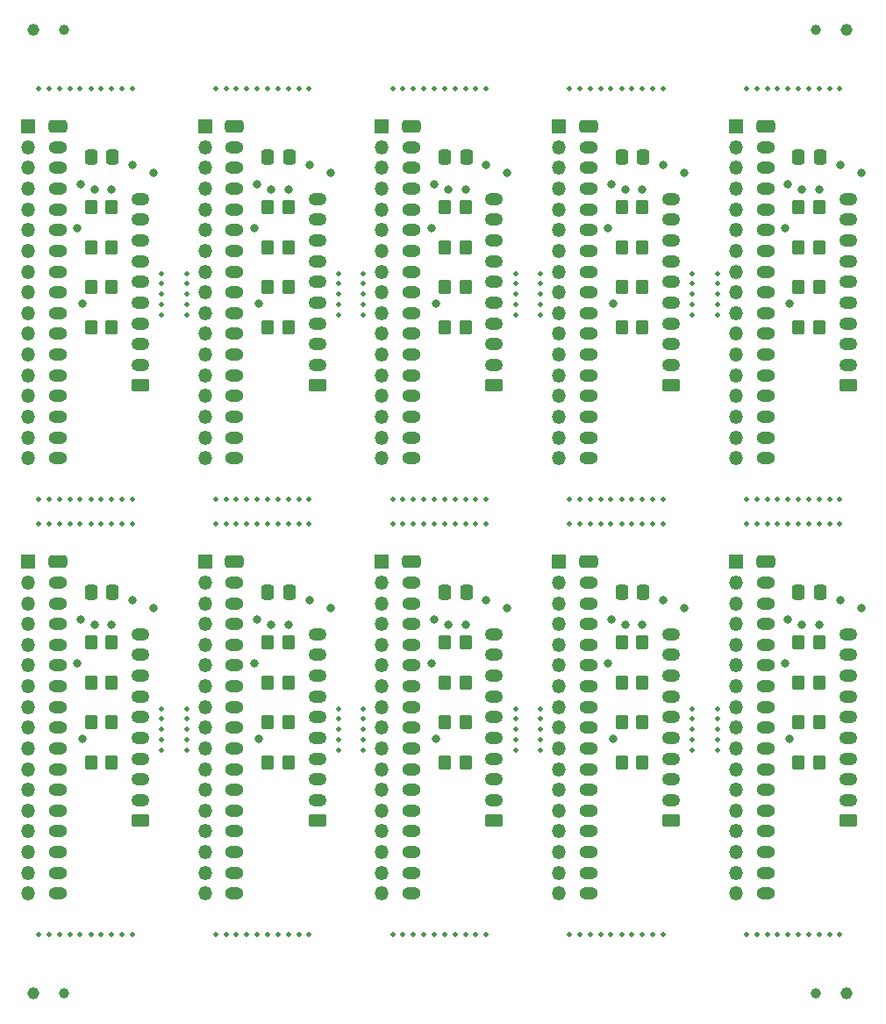
<source format=gbr>
%TF.GenerationSoftware,KiCad,Pcbnew,(6.0.1)*%
%TF.CreationDate,2022-07-06T22:16:31-07:00*%
%TF.ProjectId,mu100-dit-connector-board-panelized,6d753130-302d-4646-9974-2d636f6e6e65,rev?*%
%TF.SameCoordinates,Original*%
%TF.FileFunction,Soldermask,Top*%
%TF.FilePolarity,Negative*%
%FSLAX46Y46*%
G04 Gerber Fmt 4.6, Leading zero omitted, Abs format (unit mm)*
G04 Created by KiCad (PCBNEW (6.0.1)) date 2022-07-06 22:16:31*
%MOMM*%
%LPD*%
G01*
G04 APERTURE LIST*
G04 Aperture macros list*
%AMRoundRect*
0 Rectangle with rounded corners*
0 $1 Rounding radius*
0 $2 $3 $4 $5 $6 $7 $8 $9 X,Y pos of 4 corners*
0 Add a 4 corners polygon primitive as box body*
4,1,4,$2,$3,$4,$5,$6,$7,$8,$9,$2,$3,0*
0 Add four circle primitives for the rounded corners*
1,1,$1+$1,$2,$3*
1,1,$1+$1,$4,$5*
1,1,$1+$1,$6,$7*
1,1,$1+$1,$8,$9*
0 Add four rect primitives between the rounded corners*
20,1,$1+$1,$2,$3,$4,$5,0*
20,1,$1+$1,$4,$5,$6,$7,0*
20,1,$1+$1,$6,$7,$8,$9,0*
20,1,$1+$1,$8,$9,$2,$3,0*%
G04 Aperture macros list end*
%ADD10C,1.000000*%
%ADD11C,1.152000*%
%ADD12C,0.500000*%
%ADD13RoundRect,0.250000X-0.350000X-0.450000X0.350000X-0.450000X0.350000X0.450000X-0.350000X0.450000X0*%
%ADD14R,1.350000X1.350000*%
%ADD15O,1.350000X1.350000*%
%ADD16RoundRect,0.250000X-0.337500X-0.475000X0.337500X-0.475000X0.337500X0.475000X-0.337500X0.475000X0*%
%ADD17RoundRect,0.250000X-0.650000X0.350000X-0.650000X-0.350000X0.650000X-0.350000X0.650000X0.350000X0*%
%ADD18O,1.800000X1.200000*%
%ADD19RoundRect,0.250000X0.625000X-0.350000X0.625000X0.350000X-0.625000X0.350000X-0.625000X-0.350000X0*%
%ADD20O,1.750000X1.200000*%
%ADD21C,0.800000*%
G04 APERTURE END LIST*
D10*
%TO.C,REF\u002A\u002A*%
X20500000Y-110500000D03*
%TD*%
%TO.C,REF\u002A\u002A*%
X93000000Y-110500000D03*
%TD*%
D11*
%TO.C,REF\u002A\u002A*%
X96000000Y-110500000D03*
%TD*%
%TO.C,REF\u002A\u002A*%
X17500000Y-110500000D03*
%TD*%
D10*
%TO.C,REF\u002A\u002A*%
X20500000Y-17500000D03*
%TD*%
%TO.C,REF\u002A\u002A*%
X93000000Y-17500000D03*
%TD*%
D11*
%TO.C,REF\u002A\u002A*%
X96000000Y-17500000D03*
%TD*%
%TO.C,REF\u002A\u002A*%
X17500000Y-17500000D03*
%TD*%
D12*
%TO.C,REF\u002A\u002A*%
X29875000Y-42000000D03*
%TD*%
%TO.C,REF\u002A\u002A*%
X46950000Y-41000000D03*
%TD*%
%TO.C,REF\u002A\u002A*%
X91350000Y-104800000D03*
%TD*%
%TO.C,REF\u002A\u002A*%
X54175000Y-65200000D03*
%TD*%
%TO.C,REF\u002A\u002A*%
X41125000Y-62800000D03*
%TD*%
%TO.C,REF\u002A\u002A*%
X73250000Y-23200000D03*
%TD*%
%TO.C,REF\u002A\u002A*%
X37100000Y-62800000D03*
%TD*%
%TO.C,REF\u002A\u002A*%
X41125000Y-104800000D03*
%TD*%
D13*
%TO.C,R11*%
X57199000Y-42318332D03*
X59199000Y-42318332D03*
%TD*%
D12*
%TO.C,REF\u002A\u002A*%
X53175000Y-23200000D03*
%TD*%
%TO.C,REF\u002A\u002A*%
X29875000Y-44000000D03*
%TD*%
%TO.C,REF\u002A\u002A*%
X56175000Y-62800000D03*
%TD*%
%TO.C,REF\u002A\u002A*%
X64025000Y-41000000D03*
%TD*%
D13*
%TO.C,R2*%
X23049000Y-38471666D03*
X25049000Y-38471666D03*
%TD*%
D14*
%TO.C,J1*%
X16995000Y-68835000D03*
D15*
X16995000Y-70835000D03*
X16995000Y-72835000D03*
X16995000Y-74835000D03*
X16995000Y-76835000D03*
X16995000Y-78835000D03*
X16995000Y-80835000D03*
X16995000Y-82835000D03*
X16995000Y-84835000D03*
X16995000Y-86835000D03*
X16995000Y-88835000D03*
X16995000Y-90835000D03*
X16995000Y-92835000D03*
X16995000Y-94835000D03*
X16995000Y-96835000D03*
X16995000Y-98835000D03*
X16995000Y-100835000D03*
%TD*%
D13*
%TO.C,R18*%
X91349000Y-34625000D03*
X93349000Y-34625000D03*
%TD*%
D12*
%TO.C,REF\u002A\u002A*%
X36100000Y-62800000D03*
%TD*%
%TO.C,REF\u002A\u002A*%
X57200000Y-104800000D03*
%TD*%
D16*
%TO.C,C9*%
X74286500Y-71755800D03*
X76361500Y-71755800D03*
%TD*%
D12*
%TO.C,REF\u002A\u002A*%
X37100000Y-23200000D03*
%TD*%
%TO.C,REF\u002A\u002A*%
X78275000Y-23200000D03*
%TD*%
%TO.C,REF\u002A\u002A*%
X52175000Y-104800000D03*
%TD*%
%TO.C,REF\u002A\u002A*%
X35100000Y-104800000D03*
%TD*%
%TO.C,REF\u002A\u002A*%
X88325000Y-62800000D03*
%TD*%
%TO.C,REF\u002A\u002A*%
X83500000Y-85000000D03*
%TD*%
D13*
%TO.C,R34*%
X74274000Y-76625000D03*
X76274000Y-76625000D03*
%TD*%
D16*
%TO.C,C6*%
X23061500Y-71755800D03*
X25136500Y-71755800D03*
%TD*%
D12*
%TO.C,REF\u002A\u002A*%
X57200000Y-23200000D03*
%TD*%
%TO.C,REF\u002A\u002A*%
X87325000Y-104800000D03*
%TD*%
%TO.C,REF\u002A\u002A*%
X64025000Y-86000000D03*
%TD*%
%TO.C,REF\u002A\u002A*%
X94350000Y-62800000D03*
%TD*%
%TO.C,REF\u002A\u002A*%
X95350000Y-65200000D03*
%TD*%
%TO.C,REF\u002A\u002A*%
X83500000Y-86000000D03*
%TD*%
%TO.C,REF\u002A\u002A*%
X32275000Y-86000000D03*
%TD*%
%TO.C,REF\u002A\u002A*%
X32275000Y-41000000D03*
%TD*%
%TO.C,REF\u002A\u002A*%
X38100000Y-23200000D03*
%TD*%
%TO.C,REF\u002A\u002A*%
X19025000Y-23200000D03*
%TD*%
D16*
%TO.C,C5*%
X91361500Y-29755800D03*
X93436500Y-29755800D03*
%TD*%
D12*
%TO.C,REF\u002A\u002A*%
X26050000Y-104800000D03*
%TD*%
%TO.C,REF\u002A\u002A*%
X32275000Y-45000000D03*
%TD*%
%TO.C,REF\u002A\u002A*%
X56175000Y-65200000D03*
%TD*%
D16*
%TO.C,C8*%
X57211500Y-71755800D03*
X59286500Y-71755800D03*
%TD*%
D12*
%TO.C,REF\u002A\u002A*%
X39100000Y-23200000D03*
%TD*%
%TO.C,REF\u002A\u002A*%
X52175000Y-65200000D03*
%TD*%
%TO.C,REF\u002A\u002A*%
X56175000Y-23200000D03*
%TD*%
%TO.C,REF\u002A\u002A*%
X81100000Y-83000000D03*
%TD*%
%TO.C,REF\u002A\u002A*%
X44125000Y-65200000D03*
%TD*%
%TO.C,REF\u002A\u002A*%
X55175000Y-62800000D03*
%TD*%
%TO.C,REF\u002A\u002A*%
X83500000Y-83000000D03*
%TD*%
%TO.C,REF\u002A\u002A*%
X81100000Y-86000000D03*
%TD*%
%TO.C,REF\u002A\u002A*%
X24050000Y-23200000D03*
%TD*%
%TO.C,REF\u002A\u002A*%
X36100000Y-23200000D03*
%TD*%
%TO.C,REF\u002A\u002A*%
X66425000Y-43000000D03*
%TD*%
%TO.C,REF\u002A\u002A*%
X81100000Y-41000000D03*
%TD*%
%TO.C,REF\u002A\u002A*%
X76275000Y-65200000D03*
%TD*%
%TO.C,REF\u002A\u002A*%
X87325000Y-65200000D03*
%TD*%
%TO.C,REF\u002A\u002A*%
X61200000Y-23200000D03*
%TD*%
%TO.C,REF\u002A\u002A*%
X83500000Y-84000000D03*
%TD*%
%TO.C,REF\u002A\u002A*%
X22025000Y-23200000D03*
%TD*%
%TO.C,REF\u002A\u002A*%
X32275000Y-44000000D03*
%TD*%
%TO.C,REF\u002A\u002A*%
X29875000Y-86000000D03*
%TD*%
%TO.C,REF\u002A\u002A*%
X40125000Y-62800000D03*
%TD*%
D13*
%TO.C,R16*%
X74274000Y-42318332D03*
X76274000Y-42318332D03*
%TD*%
%TO.C,R22*%
X23049000Y-76625000D03*
X25049000Y-76625000D03*
%TD*%
D12*
%TO.C,REF\u002A\u002A*%
X92350000Y-104800000D03*
%TD*%
%TO.C,REF\u002A\u002A*%
X54175000Y-62800000D03*
%TD*%
%TO.C,REF\u002A\u002A*%
X75275000Y-62800000D03*
%TD*%
D14*
%TO.C,J1*%
X16995000Y-26835000D03*
D15*
X16995000Y-28835000D03*
X16995000Y-30835000D03*
X16995000Y-32835000D03*
X16995000Y-34835000D03*
X16995000Y-36835000D03*
X16995000Y-38835000D03*
X16995000Y-40835000D03*
X16995000Y-42835000D03*
X16995000Y-44835000D03*
X16995000Y-46835000D03*
X16995000Y-48835000D03*
X16995000Y-50835000D03*
X16995000Y-52835000D03*
X16995000Y-54835000D03*
X16995000Y-56835000D03*
X16995000Y-58835000D03*
%TD*%
D16*
%TO.C,C1*%
X23061500Y-29755800D03*
X25136500Y-29755800D03*
%TD*%
D12*
%TO.C,REF\u002A\u002A*%
X71250000Y-104800000D03*
%TD*%
D13*
%TO.C,R31*%
X57199000Y-80471666D03*
X59199000Y-80471666D03*
%TD*%
D12*
%TO.C,REF\u002A\u002A*%
X49350000Y-86000000D03*
%TD*%
D13*
%TO.C,R41*%
X91349000Y-88165000D03*
X93349000Y-88165000D03*
%TD*%
D12*
%TO.C,REF\u002A\u002A*%
X35100000Y-65200000D03*
%TD*%
%TO.C,REF\u002A\u002A*%
X39100000Y-62800000D03*
%TD*%
%TO.C,REF\u002A\u002A*%
X35100000Y-23200000D03*
%TD*%
%TO.C,REF\u002A\u002A*%
X95350000Y-104800000D03*
%TD*%
%TO.C,REF\u002A\u002A*%
X64025000Y-43000000D03*
%TD*%
%TO.C,REF\u002A\u002A*%
X24050000Y-104800000D03*
%TD*%
%TO.C,REF\u002A\u002A*%
X29875000Y-83000000D03*
%TD*%
%TO.C,REF\u002A\u002A*%
X19025000Y-65200000D03*
%TD*%
%TO.C,REF\u002A\u002A*%
X27050000Y-62800000D03*
%TD*%
%TO.C,REF\u002A\u002A*%
X83500000Y-41000000D03*
%TD*%
%TO.C,REF\u002A\u002A*%
X27050000Y-23200000D03*
%TD*%
%TO.C,REF\u002A\u002A*%
X29875000Y-45000000D03*
%TD*%
%TO.C,REF\u002A\u002A*%
X24050000Y-62800000D03*
%TD*%
%TO.C,REF\u002A\u002A*%
X90325000Y-62800000D03*
%TD*%
%TO.C,REF\u002A\u002A*%
X92350000Y-65200000D03*
%TD*%
%TO.C,REF\u002A\u002A*%
X88325000Y-23200000D03*
%TD*%
%TO.C,REF\u002A\u002A*%
X78275000Y-104800000D03*
%TD*%
%TO.C,REF\u002A\u002A*%
X73250000Y-62800000D03*
%TD*%
%TO.C,REF\u002A\u002A*%
X90325000Y-104800000D03*
%TD*%
%TO.C,REF\u002A\u002A*%
X60200000Y-62800000D03*
%TD*%
%TO.C,REF\u002A\u002A*%
X49350000Y-45000000D03*
%TD*%
%TO.C,REF\u002A\u002A*%
X78275000Y-65200000D03*
%TD*%
%TO.C,REF\u002A\u002A*%
X21025000Y-62800000D03*
%TD*%
%TO.C,REF\u002A\u002A*%
X36100000Y-65200000D03*
%TD*%
%TO.C,REF\u002A\u002A*%
X46950000Y-83000000D03*
%TD*%
D14*
%TO.C,J1*%
X85295000Y-68835000D03*
D15*
X85295000Y-70835000D03*
X85295000Y-72835000D03*
X85295000Y-74835000D03*
X85295000Y-76835000D03*
X85295000Y-78835000D03*
X85295000Y-80835000D03*
X85295000Y-82835000D03*
X85295000Y-84835000D03*
X85295000Y-86835000D03*
X85295000Y-88835000D03*
X85295000Y-90835000D03*
X85295000Y-92835000D03*
X85295000Y-94835000D03*
X85295000Y-96835000D03*
X85295000Y-98835000D03*
X85295000Y-100835000D03*
%TD*%
D12*
%TO.C,REF\u002A\u002A*%
X61200000Y-65200000D03*
%TD*%
%TO.C,REF\u002A\u002A*%
X29875000Y-87000000D03*
%TD*%
%TO.C,REF\u002A\u002A*%
X64025000Y-45000000D03*
%TD*%
D14*
%TO.C,J1*%
X34070000Y-26835000D03*
D15*
X34070000Y-28835000D03*
X34070000Y-30835000D03*
X34070000Y-32835000D03*
X34070000Y-34835000D03*
X34070000Y-36835000D03*
X34070000Y-38835000D03*
X34070000Y-40835000D03*
X34070000Y-42835000D03*
X34070000Y-44835000D03*
X34070000Y-46835000D03*
X34070000Y-48835000D03*
X34070000Y-50835000D03*
X34070000Y-52835000D03*
X34070000Y-54835000D03*
X34070000Y-56835000D03*
X34070000Y-58835000D03*
%TD*%
D13*
%TO.C,R27*%
X40124000Y-80471666D03*
X42124000Y-80471666D03*
%TD*%
D14*
%TO.C,J1*%
X68220000Y-26835000D03*
D15*
X68220000Y-28835000D03*
X68220000Y-30835000D03*
X68220000Y-32835000D03*
X68220000Y-34835000D03*
X68220000Y-36835000D03*
X68220000Y-38835000D03*
X68220000Y-40835000D03*
X68220000Y-42835000D03*
X68220000Y-44835000D03*
X68220000Y-46835000D03*
X68220000Y-48835000D03*
X68220000Y-50835000D03*
X68220000Y-52835000D03*
X68220000Y-54835000D03*
X68220000Y-56835000D03*
X68220000Y-58835000D03*
%TD*%
D12*
%TO.C,REF\u002A\u002A*%
X32275000Y-84000000D03*
%TD*%
%TO.C,REF\u002A\u002A*%
X74275000Y-62800000D03*
%TD*%
%TO.C,REF\u002A\u002A*%
X20025000Y-104800000D03*
%TD*%
%TO.C,REF\u002A\u002A*%
X49350000Y-41000000D03*
%TD*%
%TO.C,REF\u002A\u002A*%
X42125000Y-62800000D03*
%TD*%
%TO.C,REF\u002A\u002A*%
X60200000Y-23200000D03*
%TD*%
%TO.C,REF\u002A\u002A*%
X29875000Y-41000000D03*
%TD*%
%TO.C,REF\u002A\u002A*%
X21025000Y-104800000D03*
%TD*%
%TO.C,REF\u002A\u002A*%
X18025000Y-65200000D03*
%TD*%
%TO.C,REF\u002A\u002A*%
X18025000Y-104800000D03*
%TD*%
%TO.C,REF\u002A\u002A*%
X58200000Y-62800000D03*
%TD*%
%TO.C,REF\u002A\u002A*%
X19025000Y-104800000D03*
%TD*%
%TO.C,REF\u002A\u002A*%
X23050000Y-23200000D03*
%TD*%
%TO.C,REF\u002A\u002A*%
X69250000Y-62800000D03*
%TD*%
%TO.C,REF\u002A\u002A*%
X59200000Y-104800000D03*
%TD*%
%TO.C,REF\u002A\u002A*%
X60200000Y-104800000D03*
%TD*%
%TO.C,REF\u002A\u002A*%
X52175000Y-62800000D03*
%TD*%
D14*
%TO.C,J1*%
X51145000Y-68835000D03*
D15*
X51145000Y-70835000D03*
X51145000Y-72835000D03*
X51145000Y-74835000D03*
X51145000Y-76835000D03*
X51145000Y-78835000D03*
X51145000Y-80835000D03*
X51145000Y-82835000D03*
X51145000Y-84835000D03*
X51145000Y-86835000D03*
X51145000Y-88835000D03*
X51145000Y-90835000D03*
X51145000Y-92835000D03*
X51145000Y-94835000D03*
X51145000Y-96835000D03*
X51145000Y-98835000D03*
X51145000Y-100835000D03*
%TD*%
D12*
%TO.C,REF\u002A\u002A*%
X76275000Y-62800000D03*
%TD*%
%TO.C,REF\u002A\u002A*%
X81100000Y-87000000D03*
%TD*%
%TO.C,REF\u002A\u002A*%
X23050000Y-62800000D03*
%TD*%
%TO.C,REF\u002A\u002A*%
X93350000Y-104800000D03*
%TD*%
%TO.C,REF\u002A\u002A*%
X86325000Y-104800000D03*
%TD*%
%TO.C,REF\u002A\u002A*%
X25050000Y-62800000D03*
%TD*%
%TO.C,REF\u002A\u002A*%
X66425000Y-83000000D03*
%TD*%
%TO.C,REF\u002A\u002A*%
X55175000Y-104800000D03*
%TD*%
D13*
%TO.C,R39*%
X91349000Y-80471666D03*
X93349000Y-80471666D03*
%TD*%
D12*
%TO.C,REF\u002A\u002A*%
X26050000Y-23200000D03*
%TD*%
%TO.C,REF\u002A\u002A*%
X27050000Y-65200000D03*
%TD*%
%TO.C,REF\u002A\u002A*%
X32275000Y-85000000D03*
%TD*%
%TO.C,REF\u002A\u002A*%
X93350000Y-65200000D03*
%TD*%
%TO.C,REF\u002A\u002A*%
X35100000Y-62800000D03*
%TD*%
%TO.C,REF\u002A\u002A*%
X72250000Y-104800000D03*
%TD*%
%TO.C,REF\u002A\u002A*%
X81100000Y-85000000D03*
%TD*%
D13*
%TO.C,R37*%
X74274000Y-88165000D03*
X76274000Y-88165000D03*
%TD*%
D14*
%TO.C,J1*%
X85295000Y-26835000D03*
D15*
X85295000Y-28835000D03*
X85295000Y-30835000D03*
X85295000Y-32835000D03*
X85295000Y-34835000D03*
X85295000Y-36835000D03*
X85295000Y-38835000D03*
X85295000Y-40835000D03*
X85295000Y-42835000D03*
X85295000Y-44835000D03*
X85295000Y-46835000D03*
X85295000Y-48835000D03*
X85295000Y-50835000D03*
X85295000Y-52835000D03*
X85295000Y-54835000D03*
X85295000Y-56835000D03*
X85295000Y-58835000D03*
%TD*%
D12*
%TO.C,REF\u002A\u002A*%
X91350000Y-23200000D03*
%TD*%
D16*
%TO.C,C7*%
X40136500Y-71755800D03*
X42211500Y-71755800D03*
%TD*%
D12*
%TO.C,REF\u002A\u002A*%
X18025000Y-62800000D03*
%TD*%
D13*
%TO.C,R30*%
X57199000Y-76625000D03*
X59199000Y-76625000D03*
%TD*%
D12*
%TO.C,REF\u002A\u002A*%
X32275000Y-42000000D03*
%TD*%
%TO.C,REF\u002A\u002A*%
X83500000Y-42000000D03*
%TD*%
%TO.C,REF\u002A\u002A*%
X83500000Y-44000000D03*
%TD*%
%TO.C,REF\u002A\u002A*%
X49350000Y-84000000D03*
%TD*%
%TO.C,REF\u002A\u002A*%
X26050000Y-62800000D03*
%TD*%
%TO.C,REF\u002A\u002A*%
X23050000Y-65200000D03*
%TD*%
%TO.C,REF\u002A\u002A*%
X77275000Y-62800000D03*
%TD*%
%TO.C,REF\u002A\u002A*%
X69250000Y-23200000D03*
%TD*%
%TO.C,REF\u002A\u002A*%
X90325000Y-65200000D03*
%TD*%
D13*
%TO.C,R28*%
X40124000Y-84318332D03*
X42124000Y-84318332D03*
%TD*%
D12*
%TO.C,REF\u002A\u002A*%
X46950000Y-44000000D03*
%TD*%
%TO.C,REF\u002A\u002A*%
X57200000Y-62800000D03*
%TD*%
%TO.C,REF\u002A\u002A*%
X44125000Y-62800000D03*
%TD*%
%TO.C,REF\u002A\u002A*%
X72250000Y-23200000D03*
%TD*%
D13*
%TO.C,R14*%
X74274000Y-38471666D03*
X76274000Y-38471666D03*
%TD*%
D12*
%TO.C,REF\u002A\u002A*%
X49350000Y-43000000D03*
%TD*%
%TO.C,REF\u002A\u002A*%
X42125000Y-23200000D03*
%TD*%
%TO.C,REF\u002A\u002A*%
X64025000Y-87000000D03*
%TD*%
%TO.C,REF\u002A\u002A*%
X86325000Y-23200000D03*
%TD*%
D13*
%TO.C,R24*%
X23049000Y-84318332D03*
X25049000Y-84318332D03*
%TD*%
D14*
%TO.C,J1*%
X51145000Y-26835000D03*
D15*
X51145000Y-28835000D03*
X51145000Y-30835000D03*
X51145000Y-32835000D03*
X51145000Y-34835000D03*
X51145000Y-36835000D03*
X51145000Y-38835000D03*
X51145000Y-40835000D03*
X51145000Y-42835000D03*
X51145000Y-44835000D03*
X51145000Y-46835000D03*
X51145000Y-48835000D03*
X51145000Y-50835000D03*
X51145000Y-52835000D03*
X51145000Y-54835000D03*
X51145000Y-56835000D03*
X51145000Y-58835000D03*
%TD*%
D12*
%TO.C,REF\u002A\u002A*%
X77275000Y-65200000D03*
%TD*%
%TO.C,REF\u002A\u002A*%
X32275000Y-83000000D03*
%TD*%
D13*
%TO.C,R36*%
X74274000Y-84318332D03*
X76274000Y-84318332D03*
%TD*%
D12*
%TO.C,REF\u002A\u002A*%
X39100000Y-104800000D03*
%TD*%
%TO.C,REF\u002A\u002A*%
X93350000Y-23200000D03*
%TD*%
%TO.C,REF\u002A\u002A*%
X70250000Y-65200000D03*
%TD*%
%TO.C,REF\u002A\u002A*%
X38100000Y-104800000D03*
%TD*%
%TO.C,REF\u002A\u002A*%
X83500000Y-43000000D03*
%TD*%
%TO.C,REF\u002A\u002A*%
X61200000Y-104800000D03*
%TD*%
%TO.C,REF\u002A\u002A*%
X60200000Y-65200000D03*
%TD*%
D13*
%TO.C,R35*%
X74274000Y-80471666D03*
X76274000Y-80471666D03*
%TD*%
%TO.C,R20*%
X91349000Y-42318332D03*
X93349000Y-42318332D03*
%TD*%
%TO.C,R10*%
X57199000Y-38471666D03*
X59199000Y-38471666D03*
%TD*%
%TO.C,R7*%
X40124000Y-42318332D03*
X42124000Y-42318332D03*
%TD*%
%TO.C,R9*%
X57199000Y-34625000D03*
X59199000Y-34625000D03*
%TD*%
%TO.C,R5*%
X40124000Y-34625000D03*
X42124000Y-34625000D03*
%TD*%
D12*
%TO.C,REF\u002A\u002A*%
X52175000Y-23200000D03*
%TD*%
%TO.C,REF\u002A\u002A*%
X88325000Y-104800000D03*
%TD*%
D13*
%TO.C,R12*%
X57199000Y-46165000D03*
X59199000Y-46165000D03*
%TD*%
D12*
%TO.C,REF\u002A\u002A*%
X41125000Y-65200000D03*
%TD*%
%TO.C,REF\u002A\u002A*%
X46950000Y-86000000D03*
%TD*%
D14*
%TO.C,J1*%
X68220000Y-68835000D03*
D15*
X68220000Y-70835000D03*
X68220000Y-72835000D03*
X68220000Y-74835000D03*
X68220000Y-76835000D03*
X68220000Y-78835000D03*
X68220000Y-80835000D03*
X68220000Y-82835000D03*
X68220000Y-84835000D03*
X68220000Y-86835000D03*
X68220000Y-88835000D03*
X68220000Y-90835000D03*
X68220000Y-92835000D03*
X68220000Y-94835000D03*
X68220000Y-96835000D03*
X68220000Y-98835000D03*
X68220000Y-100835000D03*
%TD*%
D12*
%TO.C,REF\u002A\u002A*%
X49350000Y-87000000D03*
%TD*%
%TO.C,REF\u002A\u002A*%
X81100000Y-43000000D03*
%TD*%
%TO.C,REF\u002A\u002A*%
X42125000Y-65200000D03*
%TD*%
%TO.C,REF\u002A\u002A*%
X46950000Y-84000000D03*
%TD*%
%TO.C,REF\u002A\u002A*%
X40125000Y-65200000D03*
%TD*%
D13*
%TO.C,R38*%
X91349000Y-76625000D03*
X93349000Y-76625000D03*
%TD*%
D12*
%TO.C,REF\u002A\u002A*%
X73250000Y-65200000D03*
%TD*%
%TO.C,REF\u002A\u002A*%
X89325000Y-62800000D03*
%TD*%
%TO.C,REF\u002A\u002A*%
X95350000Y-62800000D03*
%TD*%
%TO.C,REF\u002A\u002A*%
X39100000Y-65200000D03*
%TD*%
%TO.C,REF\u002A\u002A*%
X42125000Y-104800000D03*
%TD*%
%TO.C,REF\u002A\u002A*%
X49350000Y-83000000D03*
%TD*%
%TO.C,REF\u002A\u002A*%
X43125000Y-104800000D03*
%TD*%
%TO.C,REF\u002A\u002A*%
X66425000Y-87000000D03*
%TD*%
%TO.C,REF\u002A\u002A*%
X77275000Y-23200000D03*
%TD*%
%TO.C,REF\u002A\u002A*%
X64025000Y-84000000D03*
%TD*%
%TO.C,REF\u002A\u002A*%
X70250000Y-104800000D03*
%TD*%
%TO.C,REF\u002A\u002A*%
X29875000Y-85000000D03*
%TD*%
%TO.C,REF\u002A\u002A*%
X81100000Y-42000000D03*
%TD*%
%TO.C,REF\u002A\u002A*%
X74275000Y-104800000D03*
%TD*%
%TO.C,REF\u002A\u002A*%
X66425000Y-85000000D03*
%TD*%
D13*
%TO.C,R26*%
X40124000Y-76625000D03*
X42124000Y-76625000D03*
%TD*%
D12*
%TO.C,REF\u002A\u002A*%
X49350000Y-85000000D03*
%TD*%
D13*
%TO.C,R21*%
X91349000Y-46165000D03*
X93349000Y-46165000D03*
%TD*%
D16*
%TO.C,C10*%
X91361500Y-71755800D03*
X93436500Y-71755800D03*
%TD*%
%TO.C,C4*%
X74286500Y-29755800D03*
X76361500Y-29755800D03*
%TD*%
D12*
%TO.C,REF\u002A\u002A*%
X44125000Y-23200000D03*
%TD*%
%TO.C,REF\u002A\u002A*%
X77275000Y-104800000D03*
%TD*%
%TO.C,REF\u002A\u002A*%
X64025000Y-85000000D03*
%TD*%
%TO.C,REF\u002A\u002A*%
X27050000Y-104800000D03*
%TD*%
D16*
%TO.C,C2*%
X40136500Y-29755800D03*
X42211500Y-29755800D03*
%TD*%
D12*
%TO.C,REF\u002A\u002A*%
X75275000Y-23200000D03*
%TD*%
%TO.C,REF\u002A\u002A*%
X91350000Y-65200000D03*
%TD*%
%TO.C,REF\u002A\u002A*%
X53175000Y-62800000D03*
%TD*%
%TO.C,REF\u002A\u002A*%
X64025000Y-83000000D03*
%TD*%
%TO.C,REF\u002A\u002A*%
X89325000Y-23200000D03*
%TD*%
%TO.C,REF\u002A\u002A*%
X83500000Y-45000000D03*
%TD*%
%TO.C,REF\u002A\u002A*%
X59200000Y-23200000D03*
%TD*%
D13*
%TO.C,R6*%
X40124000Y-38471666D03*
X42124000Y-38471666D03*
%TD*%
D12*
%TO.C,REF\u002A\u002A*%
X23050000Y-104800000D03*
%TD*%
%TO.C,REF\u002A\u002A*%
X53175000Y-65200000D03*
%TD*%
%TO.C,REF\u002A\u002A*%
X66425000Y-42000000D03*
%TD*%
%TO.C,REF\u002A\u002A*%
X25050000Y-104800000D03*
%TD*%
%TO.C,REF\u002A\u002A*%
X69250000Y-104800000D03*
%TD*%
%TO.C,REF\u002A\u002A*%
X20025000Y-65200000D03*
%TD*%
%TO.C,REF\u002A\u002A*%
X81100000Y-45000000D03*
%TD*%
%TO.C,REF\u002A\u002A*%
X86325000Y-62800000D03*
%TD*%
D13*
%TO.C,R29*%
X40124000Y-88165000D03*
X42124000Y-88165000D03*
%TD*%
D12*
%TO.C,REF\u002A\u002A*%
X43125000Y-23200000D03*
%TD*%
%TO.C,REF\u002A\u002A*%
X64025000Y-42000000D03*
%TD*%
%TO.C,REF\u002A\u002A*%
X59200000Y-62800000D03*
%TD*%
%TO.C,REF\u002A\u002A*%
X75275000Y-104800000D03*
%TD*%
%TO.C,REF\u002A\u002A*%
X58200000Y-104800000D03*
%TD*%
D13*
%TO.C,R33*%
X57199000Y-88165000D03*
X59199000Y-88165000D03*
%TD*%
D12*
%TO.C,REF\u002A\u002A*%
X40125000Y-23200000D03*
%TD*%
%TO.C,REF\u002A\u002A*%
X61200000Y-62800000D03*
%TD*%
D13*
%TO.C,R1*%
X23049000Y-46165000D03*
X25049000Y-46165000D03*
%TD*%
D12*
%TO.C,REF\u002A\u002A*%
X89325000Y-65200000D03*
%TD*%
%TO.C,REF\u002A\u002A*%
X58200000Y-23200000D03*
%TD*%
%TO.C,REF\u002A\u002A*%
X93350000Y-62800000D03*
%TD*%
%TO.C,REF\u002A\u002A*%
X36100000Y-104800000D03*
%TD*%
D13*
%TO.C,R23*%
X23049000Y-80471666D03*
X25049000Y-80471666D03*
%TD*%
D12*
%TO.C,REF\u002A\u002A*%
X66425000Y-44000000D03*
%TD*%
%TO.C,REF\u002A\u002A*%
X43125000Y-62800000D03*
%TD*%
%TO.C,REF\u002A\u002A*%
X32275000Y-43000000D03*
%TD*%
%TO.C,REF\u002A\u002A*%
X25050000Y-65200000D03*
%TD*%
%TO.C,REF\u002A\u002A*%
X71250000Y-65200000D03*
%TD*%
%TO.C,REF\u002A\u002A*%
X72250000Y-65200000D03*
%TD*%
%TO.C,REF\u002A\u002A*%
X55175000Y-65200000D03*
%TD*%
%TO.C,REF\u002A\u002A*%
X91350000Y-62800000D03*
%TD*%
%TO.C,REF\u002A\u002A*%
X70250000Y-62800000D03*
%TD*%
%TO.C,REF\u002A\u002A*%
X37100000Y-65200000D03*
%TD*%
%TO.C,REF\u002A\u002A*%
X78275000Y-62800000D03*
%TD*%
%TO.C,REF\u002A\u002A*%
X73250000Y-104800000D03*
%TD*%
%TO.C,REF\u002A\u002A*%
X41125000Y-23200000D03*
%TD*%
%TO.C,REF\u002A\u002A*%
X94350000Y-65200000D03*
%TD*%
%TO.C,REF\u002A\u002A*%
X75275000Y-65200000D03*
%TD*%
D13*
%TO.C,R17*%
X74274000Y-46165000D03*
X76274000Y-46165000D03*
%TD*%
D12*
%TO.C,REF\u002A\u002A*%
X55175000Y-23200000D03*
%TD*%
%TO.C,REF\u002A\u002A*%
X92350000Y-23200000D03*
%TD*%
%TO.C,REF\u002A\u002A*%
X69250000Y-65200000D03*
%TD*%
%TO.C,REF\u002A\u002A*%
X40125000Y-104800000D03*
%TD*%
%TO.C,REF\u002A\u002A*%
X32275000Y-87000000D03*
%TD*%
%TO.C,REF\u002A\u002A*%
X86325000Y-65200000D03*
%TD*%
%TO.C,REF\u002A\u002A*%
X46950000Y-87000000D03*
%TD*%
%TO.C,REF\u002A\u002A*%
X49350000Y-44000000D03*
%TD*%
%TO.C,REF\u002A\u002A*%
X56175000Y-104800000D03*
%TD*%
D13*
%TO.C,R32*%
X57199000Y-84318332D03*
X59199000Y-84318332D03*
%TD*%
D12*
%TO.C,REF\u002A\u002A*%
X95350000Y-23200000D03*
%TD*%
%TO.C,REF\u002A\u002A*%
X38100000Y-62800000D03*
%TD*%
%TO.C,REF\u002A\u002A*%
X74275000Y-65200000D03*
%TD*%
%TO.C,REF\u002A\u002A*%
X70250000Y-23200000D03*
%TD*%
%TO.C,REF\u002A\u002A*%
X87325000Y-23200000D03*
%TD*%
%TO.C,REF\u002A\u002A*%
X44125000Y-104800000D03*
%TD*%
%TO.C,REF\u002A\u002A*%
X46950000Y-85000000D03*
%TD*%
%TO.C,REF\u002A\u002A*%
X66425000Y-41000000D03*
%TD*%
%TO.C,REF\u002A\u002A*%
X46950000Y-43000000D03*
%TD*%
%TO.C,REF\u002A\u002A*%
X71250000Y-23200000D03*
%TD*%
%TO.C,REF\u002A\u002A*%
X19025000Y-62800000D03*
%TD*%
%TO.C,REF\u002A\u002A*%
X71250000Y-62800000D03*
%TD*%
%TO.C,REF\u002A\u002A*%
X18025000Y-23200000D03*
%TD*%
%TO.C,REF\u002A\u002A*%
X22025000Y-62800000D03*
%TD*%
%TO.C,REF\u002A\u002A*%
X37100000Y-104800000D03*
%TD*%
D13*
%TO.C,R25*%
X23049000Y-88165000D03*
X25049000Y-88165000D03*
%TD*%
%TO.C,R8*%
X40124000Y-46165000D03*
X42124000Y-46165000D03*
%TD*%
D12*
%TO.C,REF\u002A\u002A*%
X20025000Y-23200000D03*
%TD*%
%TO.C,REF\u002A\u002A*%
X83500000Y-87000000D03*
%TD*%
%TO.C,REF\u002A\u002A*%
X94350000Y-23200000D03*
%TD*%
D13*
%TO.C,R13*%
X74274000Y-34625000D03*
X76274000Y-34625000D03*
%TD*%
D12*
%TO.C,REF\u002A\u002A*%
X58200000Y-65200000D03*
%TD*%
%TO.C,REF\u002A\u002A*%
X21025000Y-65200000D03*
%TD*%
%TO.C,REF\u002A\u002A*%
X53175000Y-104800000D03*
%TD*%
%TO.C,REF\u002A\u002A*%
X38100000Y-65200000D03*
%TD*%
%TO.C,REF\u002A\u002A*%
X22025000Y-104800000D03*
%TD*%
%TO.C,REF\u002A\u002A*%
X90325000Y-23200000D03*
%TD*%
%TO.C,REF\u002A\u002A*%
X74275000Y-23200000D03*
%TD*%
%TO.C,REF\u002A\u002A*%
X94350000Y-104800000D03*
%TD*%
%TO.C,REF\u002A\u002A*%
X46950000Y-42000000D03*
%TD*%
%TO.C,REF\u002A\u002A*%
X21025000Y-23200000D03*
%TD*%
%TO.C,REF\u002A\u002A*%
X46950000Y-45000000D03*
%TD*%
%TO.C,REF\u002A\u002A*%
X43125000Y-65200000D03*
%TD*%
D13*
%TO.C,R3*%
X23049000Y-42318332D03*
X25049000Y-42318332D03*
%TD*%
D12*
%TO.C,REF\u002A\u002A*%
X26050000Y-65200000D03*
%TD*%
%TO.C,REF\u002A\u002A*%
X66425000Y-86000000D03*
%TD*%
%TO.C,REF\u002A\u002A*%
X66425000Y-45000000D03*
%TD*%
%TO.C,REF\u002A\u002A*%
X59200000Y-65200000D03*
%TD*%
%TO.C,REF\u002A\u002A*%
X76275000Y-23200000D03*
%TD*%
%TO.C,REF\u002A\u002A*%
X72250000Y-62800000D03*
%TD*%
D13*
%TO.C,R4*%
X23049000Y-34625000D03*
X25049000Y-34625000D03*
%TD*%
D12*
%TO.C,REF\u002A\u002A*%
X20025000Y-62800000D03*
%TD*%
%TO.C,REF\u002A\u002A*%
X87325000Y-62800000D03*
%TD*%
%TO.C,REF\u002A\u002A*%
X54175000Y-104800000D03*
%TD*%
%TO.C,REF\u002A\u002A*%
X76275000Y-104800000D03*
%TD*%
%TO.C,REF\u002A\u002A*%
X81100000Y-44000000D03*
%TD*%
%TO.C,REF\u002A\u002A*%
X25050000Y-23200000D03*
%TD*%
%TO.C,REF\u002A\u002A*%
X54175000Y-23200000D03*
%TD*%
%TO.C,REF\u002A\u002A*%
X92350000Y-62800000D03*
%TD*%
%TO.C,REF\u002A\u002A*%
X22025000Y-65200000D03*
%TD*%
D16*
%TO.C,C3*%
X57211500Y-29755800D03*
X59286500Y-29755800D03*
%TD*%
D12*
%TO.C,REF\u002A\u002A*%
X57200000Y-65200000D03*
%TD*%
D14*
%TO.C,J1*%
X34070000Y-68835000D03*
D15*
X34070000Y-70835000D03*
X34070000Y-72835000D03*
X34070000Y-74835000D03*
X34070000Y-76835000D03*
X34070000Y-78835000D03*
X34070000Y-80835000D03*
X34070000Y-82835000D03*
X34070000Y-84835000D03*
X34070000Y-86835000D03*
X34070000Y-88835000D03*
X34070000Y-90835000D03*
X34070000Y-92835000D03*
X34070000Y-94835000D03*
X34070000Y-96835000D03*
X34070000Y-98835000D03*
X34070000Y-100835000D03*
%TD*%
D12*
%TO.C,REF\u002A\u002A*%
X49350000Y-42000000D03*
%TD*%
%TO.C,REF\u002A\u002A*%
X88325000Y-65200000D03*
%TD*%
%TO.C,REF\u002A\u002A*%
X29875000Y-84000000D03*
%TD*%
%TO.C,REF\u002A\u002A*%
X81100000Y-84000000D03*
%TD*%
%TO.C,REF\u002A\u002A*%
X29875000Y-43000000D03*
%TD*%
D13*
%TO.C,R19*%
X91349000Y-38471666D03*
X93349000Y-38471666D03*
%TD*%
D12*
%TO.C,REF\u002A\u002A*%
X64025000Y-44000000D03*
%TD*%
D13*
%TO.C,R40*%
X91349000Y-84318332D03*
X93349000Y-84318332D03*
%TD*%
D12*
%TO.C,REF\u002A\u002A*%
X89325000Y-104800000D03*
%TD*%
%TO.C,REF\u002A\u002A*%
X24050000Y-65200000D03*
%TD*%
%TO.C,REF\u002A\u002A*%
X66425000Y-84000000D03*
%TD*%
D17*
%TO.C,J2*%
X71080000Y-68835000D03*
D18*
X71080000Y-70835000D03*
X71080000Y-72835000D03*
X71080000Y-74835000D03*
X71080000Y-76835000D03*
X71080000Y-78835000D03*
X71080000Y-80835000D03*
X71080000Y-82835000D03*
X71080000Y-84835000D03*
X71080000Y-86835000D03*
X71080000Y-88835000D03*
X71080000Y-90835000D03*
X71080000Y-92835000D03*
X71080000Y-94835000D03*
X71080000Y-96835000D03*
X71080000Y-98835000D03*
X71080000Y-100835000D03*
%TD*%
D17*
%TO.C,J2*%
X88155000Y-68835000D03*
D18*
X88155000Y-70835000D03*
X88155000Y-72835000D03*
X88155000Y-74835000D03*
X88155000Y-76835000D03*
X88155000Y-78835000D03*
X88155000Y-80835000D03*
X88155000Y-82835000D03*
X88155000Y-84835000D03*
X88155000Y-86835000D03*
X88155000Y-88835000D03*
X88155000Y-90835000D03*
X88155000Y-92835000D03*
X88155000Y-94835000D03*
X88155000Y-96835000D03*
X88155000Y-98835000D03*
X88155000Y-100835000D03*
%TD*%
D17*
%TO.C,J2*%
X36930000Y-26835000D03*
D18*
X36930000Y-28835000D03*
X36930000Y-30835000D03*
X36930000Y-32835000D03*
X36930000Y-34835000D03*
X36930000Y-36835000D03*
X36930000Y-38835000D03*
X36930000Y-40835000D03*
X36930000Y-42835000D03*
X36930000Y-44835000D03*
X36930000Y-46835000D03*
X36930000Y-48835000D03*
X36930000Y-50835000D03*
X36930000Y-52835000D03*
X36930000Y-54835000D03*
X36930000Y-56835000D03*
X36930000Y-58835000D03*
%TD*%
D19*
%TO.C,J3*%
X27815000Y-93825000D03*
D20*
X27815000Y-91825000D03*
X27815000Y-89825000D03*
X27815000Y-87825000D03*
X27815000Y-85825000D03*
X27815000Y-83825000D03*
X27815000Y-81825000D03*
X27815000Y-79825000D03*
X27815000Y-77825000D03*
X27815000Y-75825000D03*
%TD*%
D19*
%TO.C,J3*%
X79040000Y-93825000D03*
D20*
X79040000Y-91825000D03*
X79040000Y-89825000D03*
X79040000Y-87825000D03*
X79040000Y-85825000D03*
X79040000Y-83825000D03*
X79040000Y-81825000D03*
X79040000Y-79825000D03*
X79040000Y-77825000D03*
X79040000Y-75825000D03*
%TD*%
D19*
%TO.C,J3*%
X44890000Y-51825000D03*
D20*
X44890000Y-49825000D03*
X44890000Y-47825000D03*
X44890000Y-45825000D03*
X44890000Y-43825000D03*
X44890000Y-41825000D03*
X44890000Y-39825000D03*
X44890000Y-37825000D03*
X44890000Y-35825000D03*
X44890000Y-33825000D03*
%TD*%
D19*
%TO.C,J3*%
X61965000Y-93825000D03*
D20*
X61965000Y-91825000D03*
X61965000Y-89825000D03*
X61965000Y-87825000D03*
X61965000Y-85825000D03*
X61965000Y-83825000D03*
X61965000Y-81825000D03*
X61965000Y-79825000D03*
X61965000Y-77825000D03*
X61965000Y-75825000D03*
%TD*%
D17*
%TO.C,J2*%
X71080000Y-26835000D03*
D18*
X71080000Y-28835000D03*
X71080000Y-30835000D03*
X71080000Y-32835000D03*
X71080000Y-34835000D03*
X71080000Y-36835000D03*
X71080000Y-38835000D03*
X71080000Y-40835000D03*
X71080000Y-42835000D03*
X71080000Y-44835000D03*
X71080000Y-46835000D03*
X71080000Y-48835000D03*
X71080000Y-50835000D03*
X71080000Y-52835000D03*
X71080000Y-54835000D03*
X71080000Y-56835000D03*
X71080000Y-58835000D03*
%TD*%
D17*
%TO.C,J2*%
X54005000Y-26835000D03*
D18*
X54005000Y-28835000D03*
X54005000Y-30835000D03*
X54005000Y-32835000D03*
X54005000Y-34835000D03*
X54005000Y-36835000D03*
X54005000Y-38835000D03*
X54005000Y-40835000D03*
X54005000Y-42835000D03*
X54005000Y-44835000D03*
X54005000Y-46835000D03*
X54005000Y-48835000D03*
X54005000Y-50835000D03*
X54005000Y-52835000D03*
X54005000Y-54835000D03*
X54005000Y-56835000D03*
X54005000Y-58835000D03*
%TD*%
D19*
%TO.C,J3*%
X61965000Y-51825000D03*
D20*
X61965000Y-49825000D03*
X61965000Y-47825000D03*
X61965000Y-45825000D03*
X61965000Y-43825000D03*
X61965000Y-41825000D03*
X61965000Y-39825000D03*
X61965000Y-37825000D03*
X61965000Y-35825000D03*
X61965000Y-33825000D03*
%TD*%
D19*
%TO.C,J3*%
X44890000Y-93825000D03*
D20*
X44890000Y-91825000D03*
X44890000Y-89825000D03*
X44890000Y-87825000D03*
X44890000Y-85825000D03*
X44890000Y-83825000D03*
X44890000Y-81825000D03*
X44890000Y-79825000D03*
X44890000Y-77825000D03*
X44890000Y-75825000D03*
%TD*%
D19*
%TO.C,J3*%
X27815000Y-51825000D03*
D20*
X27815000Y-49825000D03*
X27815000Y-47825000D03*
X27815000Y-45825000D03*
X27815000Y-43825000D03*
X27815000Y-41825000D03*
X27815000Y-39825000D03*
X27815000Y-37825000D03*
X27815000Y-35825000D03*
X27815000Y-33825000D03*
%TD*%
D19*
%TO.C,J3*%
X96115000Y-93825000D03*
D20*
X96115000Y-91825000D03*
X96115000Y-89825000D03*
X96115000Y-87825000D03*
X96115000Y-85825000D03*
X96115000Y-83825000D03*
X96115000Y-81825000D03*
X96115000Y-79825000D03*
X96115000Y-77825000D03*
X96115000Y-75825000D03*
%TD*%
D19*
%TO.C,J3*%
X96115000Y-51825000D03*
D20*
X96115000Y-49825000D03*
X96115000Y-47825000D03*
X96115000Y-45825000D03*
X96115000Y-43825000D03*
X96115000Y-41825000D03*
X96115000Y-39825000D03*
X96115000Y-37825000D03*
X96115000Y-35825000D03*
X96115000Y-33825000D03*
%TD*%
D17*
%TO.C,J2*%
X19855000Y-68835000D03*
D18*
X19855000Y-70835000D03*
X19855000Y-72835000D03*
X19855000Y-74835000D03*
X19855000Y-76835000D03*
X19855000Y-78835000D03*
X19855000Y-80835000D03*
X19855000Y-82835000D03*
X19855000Y-84835000D03*
X19855000Y-86835000D03*
X19855000Y-88835000D03*
X19855000Y-90835000D03*
X19855000Y-92835000D03*
X19855000Y-94835000D03*
X19855000Y-96835000D03*
X19855000Y-98835000D03*
X19855000Y-100835000D03*
%TD*%
D19*
%TO.C,J3*%
X79040000Y-51825000D03*
D20*
X79040000Y-49825000D03*
X79040000Y-47825000D03*
X79040000Y-45825000D03*
X79040000Y-43825000D03*
X79040000Y-41825000D03*
X79040000Y-39825000D03*
X79040000Y-37825000D03*
X79040000Y-35825000D03*
X79040000Y-33825000D03*
%TD*%
D17*
%TO.C,J2*%
X36930000Y-68835000D03*
D18*
X36930000Y-70835000D03*
X36930000Y-72835000D03*
X36930000Y-74835000D03*
X36930000Y-76835000D03*
X36930000Y-78835000D03*
X36930000Y-80835000D03*
X36930000Y-82835000D03*
X36930000Y-84835000D03*
X36930000Y-86835000D03*
X36930000Y-88835000D03*
X36930000Y-90835000D03*
X36930000Y-92835000D03*
X36930000Y-94835000D03*
X36930000Y-96835000D03*
X36930000Y-98835000D03*
X36930000Y-100835000D03*
%TD*%
D17*
%TO.C,J2*%
X54005000Y-68835000D03*
D18*
X54005000Y-70835000D03*
X54005000Y-72835000D03*
X54005000Y-74835000D03*
X54005000Y-76835000D03*
X54005000Y-78835000D03*
X54005000Y-80835000D03*
X54005000Y-82835000D03*
X54005000Y-84835000D03*
X54005000Y-86835000D03*
X54005000Y-88835000D03*
X54005000Y-90835000D03*
X54005000Y-92835000D03*
X54005000Y-94835000D03*
X54005000Y-96835000D03*
X54005000Y-98835000D03*
X54005000Y-100835000D03*
%TD*%
D17*
%TO.C,J2*%
X19855000Y-26835000D03*
D18*
X19855000Y-28835000D03*
X19855000Y-30835000D03*
X19855000Y-32835000D03*
X19855000Y-34835000D03*
X19855000Y-36835000D03*
X19855000Y-38835000D03*
X19855000Y-40835000D03*
X19855000Y-42835000D03*
X19855000Y-44835000D03*
X19855000Y-46835000D03*
X19855000Y-48835000D03*
X19855000Y-50835000D03*
X19855000Y-52835000D03*
X19855000Y-54835000D03*
X19855000Y-56835000D03*
X19855000Y-58835000D03*
%TD*%
D17*
%TO.C,J2*%
X88155000Y-26835000D03*
D18*
X88155000Y-28835000D03*
X88155000Y-30835000D03*
X88155000Y-32835000D03*
X88155000Y-34835000D03*
X88155000Y-36835000D03*
X88155000Y-38835000D03*
X88155000Y-40835000D03*
X88155000Y-42835000D03*
X88155000Y-44835000D03*
X88155000Y-46835000D03*
X88155000Y-48835000D03*
X88155000Y-50835000D03*
X88155000Y-52835000D03*
X88155000Y-54835000D03*
X88155000Y-56835000D03*
X88155000Y-58835000D03*
%TD*%
D21*
X22220200Y-43903600D03*
X21763000Y-36664600D03*
X29095000Y-31315000D03*
X27065000Y-30525000D03*
X22035000Y-32395000D03*
X23395000Y-32885000D03*
X25075000Y-32945000D03*
X39295200Y-43903600D03*
X38838000Y-36664600D03*
X42150000Y-32945000D03*
X44140000Y-30525000D03*
X39110000Y-32395000D03*
X46170000Y-31315000D03*
X40470000Y-32885000D03*
X56370200Y-43903600D03*
X55913000Y-36664600D03*
X56185000Y-32395000D03*
X61215000Y-30525000D03*
X59225000Y-32945000D03*
X57545000Y-32885000D03*
X63245000Y-31315000D03*
X73445200Y-43903600D03*
X72988000Y-36664600D03*
X80320000Y-31315000D03*
X74620000Y-32885000D03*
X78290000Y-30525000D03*
X76300000Y-32945000D03*
X73260000Y-32395000D03*
X90520200Y-43903600D03*
X90063000Y-36664600D03*
X90335000Y-32395000D03*
X97395000Y-31315000D03*
X95365000Y-30525000D03*
X91695000Y-32885000D03*
X93375000Y-32945000D03*
X22220200Y-85903600D03*
X21763000Y-78664600D03*
X22035000Y-74395000D03*
X29095000Y-73315000D03*
X25075000Y-74945000D03*
X23395000Y-74885000D03*
X27065000Y-72525000D03*
X39295200Y-85903600D03*
X38838000Y-78664600D03*
X42150000Y-74945000D03*
X46170000Y-73315000D03*
X40470000Y-74885000D03*
X39110000Y-74395000D03*
X44140000Y-72525000D03*
X56370200Y-85903600D03*
X55913000Y-78664600D03*
X61215000Y-72525000D03*
X59225000Y-74945000D03*
X57545000Y-74885000D03*
X63245000Y-73315000D03*
X56185000Y-74395000D03*
X73445200Y-85903600D03*
X72988000Y-78664600D03*
X78290000Y-72525000D03*
X80320000Y-73315000D03*
X76300000Y-74945000D03*
X74620000Y-74885000D03*
X73260000Y-74395000D03*
X90520200Y-85903600D03*
X90063000Y-78664600D03*
X90335000Y-74395000D03*
X95365000Y-72525000D03*
X91695000Y-74885000D03*
X93375000Y-74945000D03*
X97395000Y-73315000D03*
M02*

</source>
